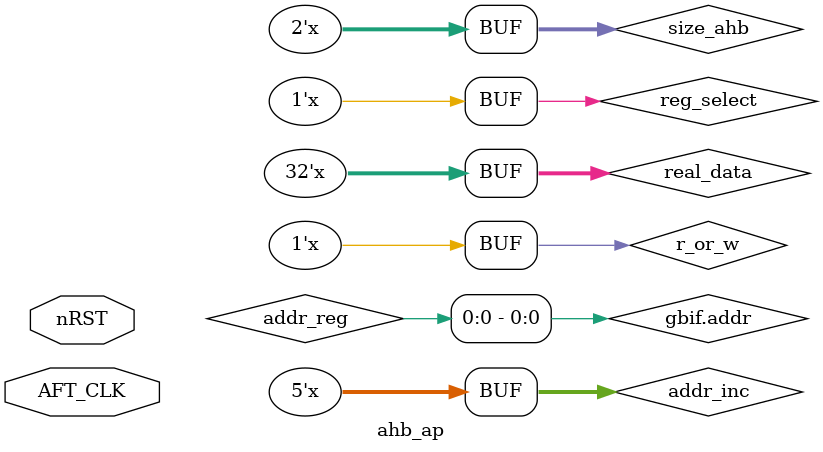
<source format=sv>
/* Linda Zhang
    AHB access point design 
*/ 

`include "ahb_ap_if.vh"
`include "generic_bus_if.vh"
`include "jtag_types_pkg.vh"

module ahb_ap (
    input logic AFT_CLK, nRST, 
    ahb_ap_if.ap apif, 
    generic_bus_if.cpu gbif 
);

    typedef enum logic [2:0] { 
        IDLE = 3'b0, 
        ADDR = 3'd1,
        READ = 3'd2, 
        WAIT = 3'd3, 
        DATA = 3'd4, 
        WRITE = 3'd5 
    } state_t;

    state_t state, next_state; 
    logic [40:0] ahb_data;
    logic [31:0] real_data;  
    logic [1:0] size_ahb; 
    logic [4:0] addr_inc, addr_inc_reg, next_addr_inc_reg;
    logic [5:0] count, next_count;  

    // decode instruction 
    assign real_data = apif.rdata_fifo1[40:9]; 
    assign reg_select = apif.rdata_fifo1[8]; // addr 0 , data 1
    assign size_ahb = apif.rdata_fifo1[7:6]; 
    assign addr_inc = apif.rdata_fifo1[5:1];
    assign r_or_w = apif.rdata_fifo1[0]; // read 0, write 1 
    
    logic [31:0] addr_reg, next_addr_reg, data_reg, next_data_reg, wdata_fifo2_reg, next_wdata_fifo2_reg; 

    always_ff @( posedge AFT_CLK, negedge nRST ) begin 
        if(1'b0 == nRST) begin
            state <= IDLE; 
            addr_reg <= '0; 
            data_reg <= '0; 
            wdata_fifo2_reg <= '0; 
            addr_inc_reg <= '0; 
        end else begin
            state <= next_state; 
            addr_reg <= next_addr_reg; 
            data_reg <= next_data_reg;
            wdata_fifo2_reg <= next_wdata_fifo2_reg;  
            addr_inc_reg <= next_addr_inc_reg; 
        end
    end

    always_comb begin: byte_en_logic 
        if(size_ahb == 2'b00) begin
            gbif.byte_en = 4'd0; // byte
            // next_addr_reg = addr_reg + 1; 
        end else if (size_ahb == 2'd1 || size_ahb == 2'd2) begin
            gbif.byte_en = 4'b1100; // half word 
            // next_addr_reg = addr_reg + 2
        end else begin
            gbif.byte_en = 4'b1111; // word
            // next_addr_reg = addr_reg + 4;  
        end 
    end 

    always_comb begin : state_transition
        next_state = state; 
        casez (state)
            IDLE: begin
                if(!apif.rempty & reg_select) begin
                    next_state = ADDR; 
                end else if (!apif.rempty & reg_select & !addr_inc) begin
                    next_state = DATA; 
                end else begin
                    next_state = IDLE; 
                end
            end
            ADDR: next_state = r_or_w ? WAIT : READ; 
            READ: next_state = (gbif.busy & (count == addr_inc)) ? IDLE : READ; 
            WAIT: next_state = apif.rempty ? WAIT: DATA;
            DATA: next_state = (r_or_w) ? WRITE : IDLE; 
            WRITE: next_state = gbif.busy ? IDLE : WRITE; 
        endcase
    end

    always_comb begin : output_logic
        gbif.ren = 0; 
        gbif.wen = 0; 
        // gbif.byte_en = '0; 
        apif.rinc = 0; 
        apif.winc = 0; 
        // apif.wdata_fifo2 = '0;  
        // gbif.addr = '0; 
        // gbif.wdata = '0;
        next_addr_reg = addr_reg; 
        next_data_reg = data_reg;  
        next_wdata_fifo2_reg = wdata_fifo2_reg; 

        casez (state)
            READ: begin
                gbif.ren = 1'b1;
                next_wdata_fifo2_reg = gbif.rdata; 
                apif.winc = 1'b1; 
                next_addr_reg = real_data;
            end
            DATA: begin
                if(addr_inc) begin
                    if(size_ahb == 2'b00) begin
                        next_addr_reg = addr_reg + 1; 
                    end else if (size_ahb == 2'd1 || size_ahb == 2'd2) begin
                        next_addr_reg = addr_reg + 2;
                    end else begin
                        next_addr_reg = addr_reg + 4;  
                    end 
                end
            end 
            WRITE: begin
                gbif.wen = 1'b1; 
                next_data_reg = real_data; 
                apif.rinc = 1; 
            end  
        endcase

    end

    // counter 
    always_ff @( posedge AFT_CLK, negedge nRST ) begin : counter
        if(!nRST) begin
            count <= '0; 
        end else begin
            count <= next_count; 
        end 
    end

    always_comb begin : count_logic 
        next_count = count; 
        if(count == 40) begin
            next_count = 0; 
        end else begin
            next_count = count + 1; 
        end

    end

// output to ahb generic bus 
assign gbif.addr = addr_reg; 
assign gbif.wdata = data_reg; 

//output to fifo 2 (read data from AHB to JTAG)
assign apif.wdata_fifo2 = wdata_fifo2_reg; 

endmodule
</source>
